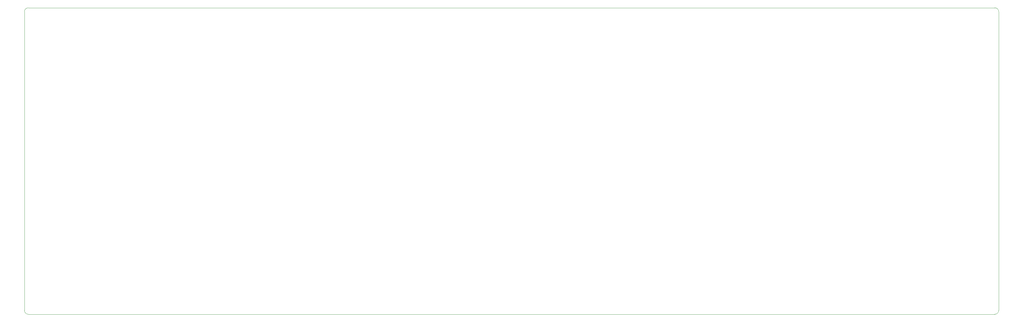
<source format=gm1>
G04 #@! TF.GenerationSoftware,KiCad,Pcbnew,(5.1.8-0-10_14)*
G04 #@! TF.CreationDate,2021-09-26T01:44:44+09:00*
G04 #@! TF.ProjectId,ts69v3,74733639-7633-42e6-9b69-6361645f7063,rev?*
G04 #@! TF.SameCoordinates,Original*
G04 #@! TF.FileFunction,Profile,NP*
%FSLAX46Y46*%
G04 Gerber Fmt 4.6, Leading zero omitted, Abs format (unit mm)*
G04 Created by KiCad (PCBNEW (5.1.8-0-10_14)) date 2021-09-26 01:44:44*
%MOMM*%
%LPD*%
G01*
G04 APERTURE LIST*
G04 #@! TA.AperFunction,Profile*
%ADD10C,0.050000*%
G04 #@! TD*
G04 APERTURE END LIST*
D10*
X-2976565Y-121443852D02*
X297656500Y-121443852D01*
X-2976565Y-26193772D02*
X297656500Y-26193772D01*
X-4167191Y-27384398D02*
G75*
G02*
X-2976565Y-26193772I1190626J0D01*
G01*
X-4167191Y-120253226D02*
X-4167191Y-27384398D01*
X-2976565Y-121443852D02*
G75*
G02*
X-4167191Y-120253226I0J1190626D01*
G01*
X298847126Y-27384398D02*
X298847126Y-120253226D01*
X298847126Y-120253226D02*
G75*
G02*
X297656500Y-121443852I-1190626J0D01*
G01*
X297656500Y-26193772D02*
G75*
G02*
X298847126Y-27384398I0J-1190626D01*
G01*
M02*

</source>
